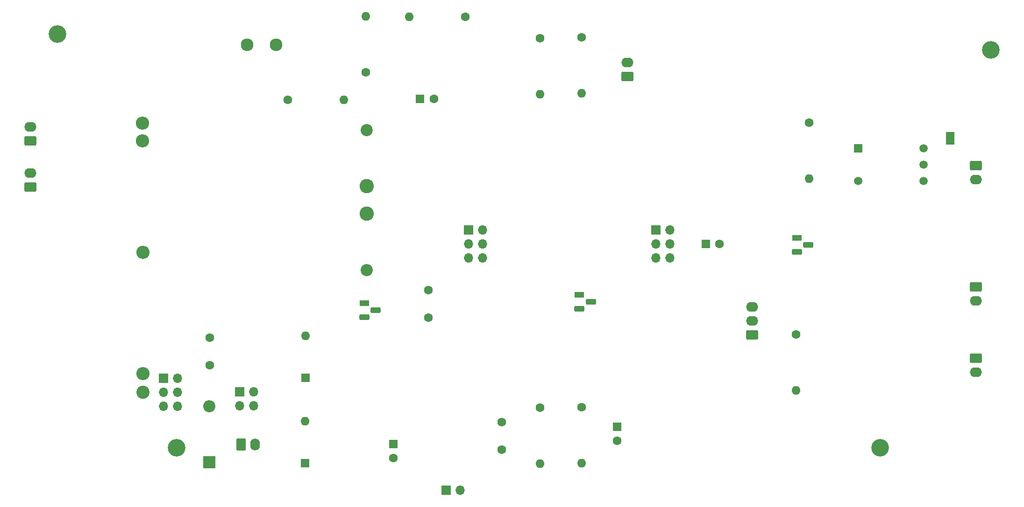
<source format=gbr>
%TF.GenerationSoftware,KiCad,Pcbnew,9.0.0*%
%TF.CreationDate,2026-01-23T12:34:58+00:00*%
%TF.ProjectId,LadybirdRadioUpdated,4c616479-6269-4726-9452-6164696f5570,rev?*%
%TF.SameCoordinates,Original*%
%TF.FileFunction,Soldermask,Top*%
%TF.FilePolarity,Negative*%
%FSLAX46Y46*%
G04 Gerber Fmt 4.6, Leading zero omitted, Abs format (unit mm)*
G04 Created by KiCad (PCBNEW 9.0.0) date 2026-01-23 12:34:58*
%MOMM*%
%LPD*%
G01*
G04 APERTURE LIST*
G04 Aperture macros list*
%AMRoundRect*
0 Rectangle with rounded corners*
0 $1 Rounding radius*
0 $2 $3 $4 $5 $6 $7 $8 $9 X,Y pos of 4 corners*
0 Add a 4 corners polygon primitive as box body*
4,1,4,$2,$3,$4,$5,$6,$7,$8,$9,$2,$3,0*
0 Add four circle primitives for the rounded corners*
1,1,$1+$1,$2,$3*
1,1,$1+$1,$4,$5*
1,1,$1+$1,$6,$7*
1,1,$1+$1,$8,$9*
0 Add four rect primitives between the rounded corners*
20,1,$1+$1,$2,$3,$4,$5,0*
20,1,$1+$1,$4,$5,$6,$7,0*
20,1,$1+$1,$6,$7,$8,$9,0*
20,1,$1+$1,$8,$9,$2,$3,0*%
G04 Aperture macros list end*
%ADD10R,1.600000X1.600000*%
%ADD11C,1.600000*%
%ADD12O,1.600000X1.600000*%
%ADD13R,1.700000X1.700000*%
%ADD14O,1.700000X1.700000*%
%ADD15RoundRect,0.250000X0.845000X-0.620000X0.845000X0.620000X-0.845000X0.620000X-0.845000X-0.620000X0*%
%ADD16O,2.190000X1.740000*%
%ADD17R,1.500000X1.000000*%
%ADD18R,1.800000X1.100000*%
%ADD19RoundRect,0.275000X-0.625000X0.275000X-0.625000X-0.275000X0.625000X-0.275000X0.625000X0.275000X0*%
%ADD20C,3.200000*%
%ADD21RoundRect,0.250000X-0.845000X0.620000X-0.845000X-0.620000X0.845000X-0.620000X0.845000X0.620000X0*%
%ADD22C,2.300000*%
%ADD23C,2.400000*%
%ADD24O,2.400000X2.400000*%
%ADD25RoundRect,0.250000X-0.620000X-0.845000X0.620000X-0.845000X0.620000X0.845000X-0.620000X0.845000X0*%
%ADD26O,1.740000X2.190000*%
%ADD27R,2.200000X2.200000*%
%ADD28O,2.200000X2.200000*%
%ADD29R,1.520000X1.520000*%
%ADD30C,1.520000*%
%ADD31C,2.200000*%
%ADD32C,2.600000*%
G04 APERTURE END LIST*
%TO.C,JP1*%
G36*
X193050000Y-59950000D02*
G01*
X191550000Y-59950000D01*
X191550000Y-60250000D01*
X193050000Y-60250000D01*
X193050000Y-59950000D01*
G37*
%TD*%
D10*
%TO.C,C5*%
X91400000Y-115617621D03*
D11*
X91400000Y-118117621D03*
%TD*%
%TO.C,R8*%
X166700000Y-57240000D03*
D12*
X166700000Y-67400000D03*
%TD*%
D13*
%TO.C,J2*%
X63560000Y-106100000D03*
D14*
X66100000Y-106100000D03*
X63560000Y-108640000D03*
X66100000Y-108640000D03*
%TD*%
D15*
%TO.C,J14*%
X133820000Y-48870000D03*
D16*
X133820000Y-46330000D03*
%TD*%
D15*
%TO.C,J12*%
X25610000Y-69000000D03*
D16*
X25610000Y-66460000D03*
%TD*%
D11*
%TO.C,R1*%
X72240000Y-53100000D03*
D12*
X82400000Y-53100000D03*
%TD*%
D13*
%TO.C,J5*%
X139000000Y-76760000D03*
D14*
X141540000Y-76760000D03*
X139000000Y-79300000D03*
X141540000Y-79300000D03*
X139000000Y-81840000D03*
X141540000Y-81840000D03*
%TD*%
D17*
%TO.C,JP1*%
X192300000Y-59450000D03*
X192300000Y-60750000D03*
%TD*%
D18*
%TO.C,Q3*%
X164500000Y-78220000D03*
D19*
X166570000Y-79490000D03*
X164500000Y-80760000D03*
%TD*%
D20*
%TO.C,REF\u002A\u002A*%
X199700000Y-44100000D03*
%TD*%
D10*
%TO.C,D2*%
X75400000Y-119110000D03*
D12*
X75400000Y-111490000D03*
%TD*%
D11*
%TO.C,R6*%
X125500000Y-41820000D03*
D12*
X125500000Y-51980000D03*
%TD*%
D11*
%TO.C,R7*%
X125500000Y-108920000D03*
D12*
X125500000Y-119080000D03*
%TD*%
D11*
%TO.C,C3*%
X58100000Y-101300000D03*
X58100000Y-96300000D03*
%TD*%
D21*
%TO.C,J16*%
X196990000Y-65090000D03*
D16*
X196990000Y-67630000D03*
%TD*%
D11*
%TO.C,R9*%
X164400000Y-95680000D03*
D12*
X164400000Y-105840000D03*
%TD*%
D11*
%TO.C,R2*%
X86400000Y-48160000D03*
D12*
X86400000Y-38000000D03*
%TD*%
D22*
%TO.C,C2*%
X64850000Y-43100000D03*
X70150000Y-43100000D03*
%TD*%
D23*
%TO.C,L1*%
X46000000Y-106200000D03*
D24*
X46000000Y-102800000D03*
X46000000Y-80850000D03*
X45950000Y-60600000D03*
X45950000Y-57350000D03*
%TD*%
D11*
%TO.C,C9*%
X97700000Y-87700000D03*
X97700000Y-92700000D03*
%TD*%
D25*
%TO.C,J13*%
X63760000Y-115700000D03*
D26*
X66300000Y-115700000D03*
%TD*%
D21*
%TO.C,J17*%
X196990000Y-100060000D03*
D16*
X196990000Y-102600000D03*
%TD*%
D21*
%TO.C,J18*%
X196990000Y-87060000D03*
D16*
X196990000Y-89600000D03*
%TD*%
D18*
%TO.C,Q1*%
X86130000Y-90030000D03*
D19*
X88200000Y-91300000D03*
X86130000Y-92570000D03*
%TD*%
D11*
%TO.C,C6*%
X111000000Y-111600000D03*
X111000000Y-116600000D03*
%TD*%
D20*
%TO.C,REF\u002A\u002A*%
X52100000Y-116300000D03*
%TD*%
D11*
%TO.C,R4*%
X118000000Y-41940000D03*
D12*
X118000000Y-52100000D03*
%TD*%
D11*
%TO.C,R3*%
X104400000Y-38020000D03*
D12*
X94240000Y-38020000D03*
%TD*%
D27*
%TO.C,D3*%
X58000000Y-118880000D03*
D28*
X58000000Y-108720000D03*
%TD*%
D13*
%TO.C,J1*%
X49760000Y-103700000D03*
D14*
X52300000Y-103700000D03*
X49760000Y-106240000D03*
X52300000Y-106240000D03*
X49760000Y-108780000D03*
X52300000Y-108780000D03*
%TD*%
D11*
%TO.C,R5*%
X118000000Y-109040000D03*
D12*
X118000000Y-119200000D03*
%TD*%
D10*
%TO.C,D1*%
X75500000Y-103620000D03*
D12*
X75500000Y-96000000D03*
%TD*%
D29*
%TO.C,T1*%
X175655000Y-61900000D03*
D30*
X175655000Y-67900000D03*
X187455000Y-67900000D03*
X187455000Y-64900000D03*
X187455000Y-61900000D03*
%TD*%
D13*
%TO.C,J3*%
X100960000Y-124000000D03*
D14*
X103500000Y-124000000D03*
%TD*%
D10*
%TO.C,C4*%
X96217621Y-53000000D03*
D11*
X98717621Y-53000000D03*
%TD*%
D20*
%TO.C,REF\u002A\u002A*%
X30500000Y-41200000D03*
%TD*%
D18*
%TO.C,Q2*%
X125100000Y-88480000D03*
D19*
X127170000Y-89750000D03*
X125100000Y-91020000D03*
%TD*%
D20*
%TO.C,REF\u002A\u002A*%
X179600000Y-116300000D03*
%TD*%
D15*
%TO.C,J15*%
X156400000Y-95840000D03*
D16*
X156400000Y-93300000D03*
X156400000Y-90760000D03*
%TD*%
D13*
%TO.C,J4*%
X105000000Y-76720000D03*
D14*
X107540000Y-76720000D03*
X105000000Y-79260000D03*
X107540000Y-79260000D03*
X105000000Y-81800000D03*
X107540000Y-81800000D03*
%TD*%
D31*
%TO.C,L3*%
X86550000Y-58600000D03*
D32*
X86600000Y-68800000D03*
X86600000Y-73800000D03*
D28*
X86550000Y-84000000D03*
%TD*%
D10*
%TO.C,C7*%
X131900000Y-112500000D03*
D11*
X131900000Y-115000000D03*
%TD*%
D10*
%TO.C,C8*%
X148000000Y-79300000D03*
D11*
X150500000Y-79300000D03*
%TD*%
D15*
%TO.C,J11*%
X25610000Y-60600000D03*
D16*
X25610000Y-58060000D03*
%TD*%
M02*

</source>
